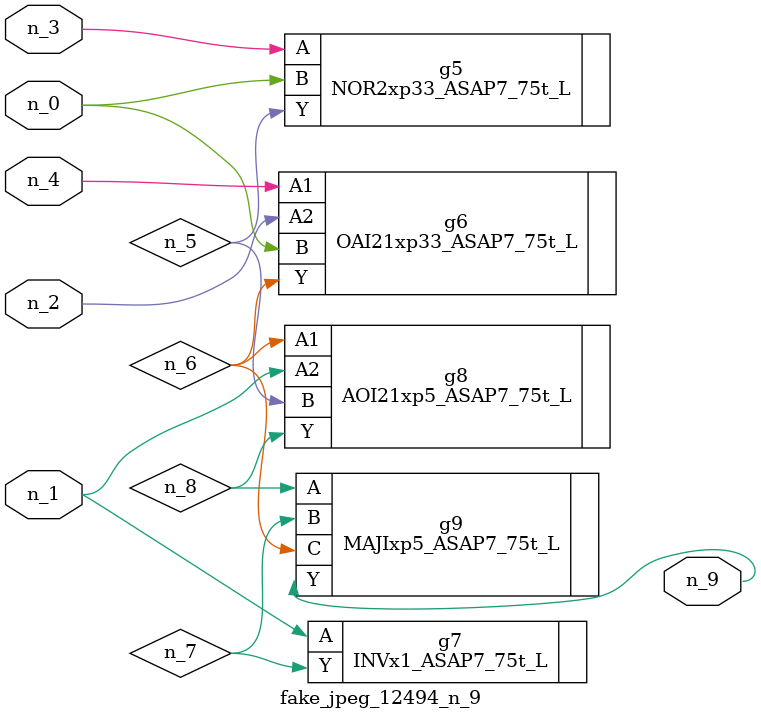
<source format=v>
module fake_jpeg_12494_n_9 (n_3, n_2, n_1, n_0, n_4, n_9);

input n_3;
input n_2;
input n_1;
input n_0;
input n_4;

output n_9;

wire n_8;
wire n_6;
wire n_5;
wire n_7;

NOR2xp33_ASAP7_75t_L g5 ( 
.A(n_3),
.B(n_0),
.Y(n_5)
);

OAI21xp33_ASAP7_75t_L g6 ( 
.A1(n_4),
.A2(n_2),
.B(n_0),
.Y(n_6)
);

INVx1_ASAP7_75t_L g7 ( 
.A(n_1),
.Y(n_7)
);

AOI21xp5_ASAP7_75t_L g8 ( 
.A1(n_6),
.A2(n_1),
.B(n_5),
.Y(n_8)
);

MAJIxp5_ASAP7_75t_L g9 ( 
.A(n_8),
.B(n_7),
.C(n_6),
.Y(n_9)
);


endmodule
</source>
